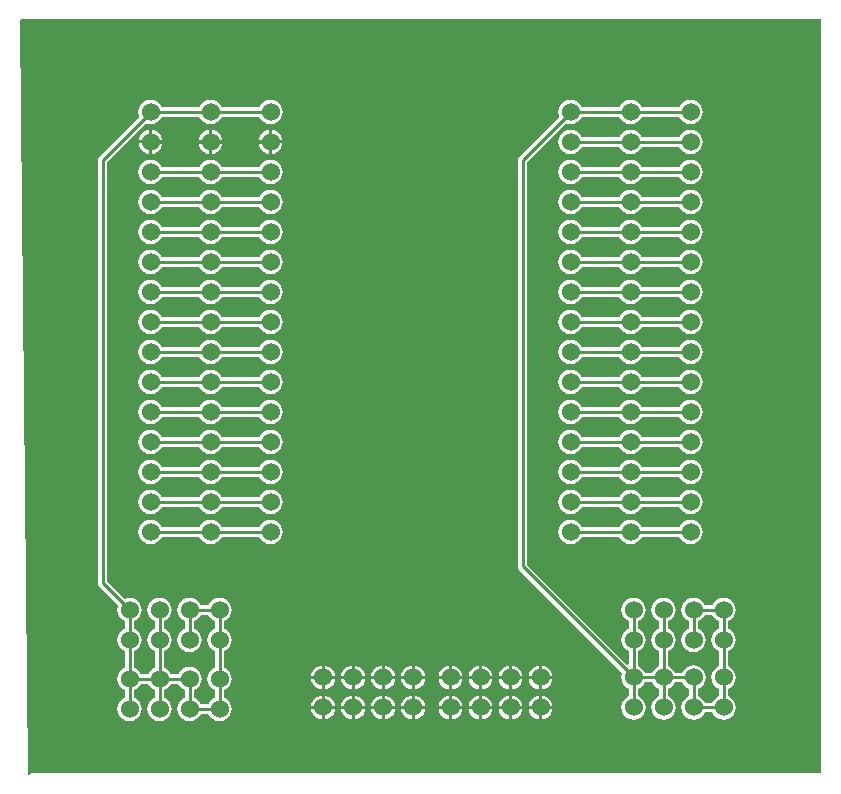
<source format=gtl>
G04*
G04 #@! TF.GenerationSoftware,Altium Limited,Altium Designer,18.0.7 (293)*
G04*
G04 Layer_Physical_Order=1*
G04 Layer_Color=255*
%FSLAX25Y25*%
%MOIN*%
G70*
G01*
G75*
%ADD10C,0.01000*%
%ADD12C,0.06000*%
G36*
X410000Y197500D02*
X146500D01*
X145957Y196957D01*
X145494Y197146D01*
X143003Y448645D01*
X143355Y449000D01*
X410000D01*
Y197500D01*
D02*
G37*
%LPC*%
G36*
X366500Y422035D02*
X365456Y421897D01*
X364483Y421494D01*
X363647Y420853D01*
X363006Y420017D01*
X362804Y419529D01*
X350196D01*
X349994Y420017D01*
X349353Y420853D01*
X348517Y421494D01*
X347544Y421897D01*
X346500Y422035D01*
X345456Y421897D01*
X344483Y421494D01*
X343647Y420853D01*
X343006Y420017D01*
X342804Y419529D01*
X330196D01*
X329994Y420017D01*
X329353Y420853D01*
X328517Y421494D01*
X327544Y421897D01*
X326500Y422035D01*
X325456Y421897D01*
X324483Y421494D01*
X323647Y420853D01*
X323006Y420017D01*
X322603Y419044D01*
X322465Y418000D01*
X322603Y416956D01*
X322805Y416468D01*
X309419Y403081D01*
X309087Y402585D01*
X308971Y402000D01*
Y266500D01*
X309087Y265915D01*
X309419Y265419D01*
X343805Y231032D01*
X343603Y230544D01*
X343465Y229500D01*
X343603Y228456D01*
X344006Y227483D01*
X344647Y226647D01*
X345483Y226006D01*
X345971Y225804D01*
Y223196D01*
X345483Y222994D01*
X344647Y222353D01*
X344006Y221517D01*
X343603Y220544D01*
X343465Y219500D01*
X343603Y218456D01*
X344006Y217483D01*
X344647Y216647D01*
X345483Y216006D01*
X346456Y215603D01*
X347500Y215465D01*
X348544Y215603D01*
X349517Y216006D01*
X350353Y216647D01*
X350994Y217483D01*
X351397Y218456D01*
X351535Y219500D01*
X351397Y220544D01*
X350994Y221517D01*
X350353Y222353D01*
X349517Y222994D01*
X349029Y223196D01*
Y225804D01*
X349517Y226006D01*
X350353Y226647D01*
X350994Y227483D01*
X351196Y227971D01*
X353804D01*
X354006Y227483D01*
X354647Y226647D01*
X355483Y226006D01*
X355971Y225804D01*
Y223196D01*
X355483Y222994D01*
X354647Y222353D01*
X354006Y221517D01*
X353603Y220544D01*
X353466Y219500D01*
X353603Y218456D01*
X354006Y217483D01*
X354647Y216647D01*
X355483Y216006D01*
X356456Y215603D01*
X357500Y215465D01*
X358544Y215603D01*
X359517Y216006D01*
X360353Y216647D01*
X360994Y217483D01*
X361397Y218456D01*
X361535Y219500D01*
X361397Y220544D01*
X360994Y221517D01*
X360353Y222353D01*
X359517Y222994D01*
X359029Y223196D01*
Y225804D01*
X359517Y226006D01*
X360353Y226647D01*
X360994Y227483D01*
X361196Y227971D01*
X363804D01*
X364006Y227483D01*
X364647Y226647D01*
X365483Y226006D01*
X365971Y225804D01*
Y223196D01*
X365483Y222994D01*
X364647Y222353D01*
X364006Y221517D01*
X363603Y220544D01*
X363465Y219500D01*
X363603Y218456D01*
X364006Y217483D01*
X364647Y216647D01*
X365483Y216006D01*
X366456Y215603D01*
X367500Y215465D01*
X368544Y215603D01*
X369517Y216006D01*
X370353Y216647D01*
X370994Y217483D01*
X371196Y217971D01*
X373804D01*
X374006Y217483D01*
X374647Y216647D01*
X375483Y216006D01*
X376456Y215603D01*
X377500Y215465D01*
X378544Y215603D01*
X379517Y216006D01*
X380353Y216647D01*
X380994Y217483D01*
X381397Y218456D01*
X381535Y219500D01*
X381397Y220544D01*
X380994Y221517D01*
X380353Y222353D01*
X379517Y222994D01*
X379029Y223196D01*
Y225804D01*
X379517Y226006D01*
X380353Y226647D01*
X380994Y227483D01*
X381397Y228456D01*
X381535Y229500D01*
X381397Y230544D01*
X380994Y231517D01*
X380353Y232353D01*
X379517Y232994D01*
X379029Y233196D01*
Y238304D01*
X379517Y238506D01*
X380353Y239147D01*
X380994Y239983D01*
X381397Y240956D01*
X381535Y242000D01*
X381397Y243044D01*
X380994Y244017D01*
X380353Y244853D01*
X379517Y245494D01*
X379029Y245696D01*
Y248304D01*
X379517Y248506D01*
X380353Y249147D01*
X380994Y249983D01*
X381397Y250956D01*
X381535Y252000D01*
X381397Y253044D01*
X380994Y254017D01*
X380353Y254853D01*
X379517Y255494D01*
X378544Y255897D01*
X377500Y256034D01*
X376456Y255897D01*
X375483Y255494D01*
X374647Y254853D01*
X374006Y254017D01*
X373804Y253529D01*
X371196D01*
X370994Y254017D01*
X370353Y254853D01*
X369517Y255494D01*
X368544Y255897D01*
X367500Y256034D01*
X366456Y255897D01*
X365483Y255494D01*
X364647Y254853D01*
X364006Y254017D01*
X363603Y253044D01*
X363465Y252000D01*
X363603Y250956D01*
X364006Y249983D01*
X364647Y249147D01*
X365483Y248506D01*
X365971Y248304D01*
Y245696D01*
X365483Y245494D01*
X364647Y244853D01*
X364006Y244017D01*
X363603Y243044D01*
X363465Y242000D01*
X363603Y240956D01*
X364006Y239983D01*
X364647Y239147D01*
X365483Y238506D01*
X366456Y238103D01*
X367500Y237965D01*
X368544Y238103D01*
X369517Y238506D01*
X370353Y239147D01*
X370994Y239983D01*
X371397Y240956D01*
X371534Y242000D01*
X371397Y243044D01*
X370994Y244017D01*
X370353Y244853D01*
X369517Y245494D01*
X369029Y245696D01*
Y248304D01*
X369517Y248506D01*
X370353Y249147D01*
X370994Y249983D01*
X371196Y250471D01*
X373804D01*
X374006Y249983D01*
X374647Y249147D01*
X375483Y248506D01*
X375971Y248304D01*
Y245696D01*
X375483Y245494D01*
X374647Y244853D01*
X374006Y244017D01*
X373603Y243044D01*
X373465Y242000D01*
X373603Y240956D01*
X374006Y239983D01*
X374647Y239147D01*
X375483Y238506D01*
X375971Y238304D01*
Y233196D01*
X375483Y232994D01*
X374647Y232353D01*
X374006Y231517D01*
X373603Y230544D01*
X373465Y229500D01*
X373603Y228456D01*
X374006Y227483D01*
X374647Y226647D01*
X375483Y226006D01*
X375971Y225804D01*
Y223196D01*
X375483Y222994D01*
X374647Y222353D01*
X374006Y221517D01*
X373804Y221029D01*
X371196D01*
X370994Y221517D01*
X370353Y222353D01*
X369517Y222994D01*
X369029Y223196D01*
Y225804D01*
X369517Y226006D01*
X370353Y226647D01*
X370994Y227483D01*
X371397Y228456D01*
X371534Y229500D01*
X371397Y230544D01*
X370994Y231517D01*
X370353Y232353D01*
X369517Y232994D01*
X368544Y233397D01*
X367500Y233535D01*
X366456Y233397D01*
X365483Y232994D01*
X364647Y232353D01*
X364006Y231517D01*
X363804Y231029D01*
X361196D01*
X360994Y231517D01*
X360353Y232353D01*
X359517Y232994D01*
X359029Y233196D01*
Y238304D01*
X359517Y238506D01*
X360353Y239147D01*
X360994Y239983D01*
X361397Y240956D01*
X361535Y242000D01*
X361397Y243044D01*
X360994Y244017D01*
X360353Y244853D01*
X359517Y245494D01*
X359029Y245696D01*
Y248304D01*
X359517Y248506D01*
X360353Y249147D01*
X360994Y249983D01*
X361397Y250956D01*
X361535Y252000D01*
X361397Y253044D01*
X360994Y254017D01*
X360353Y254853D01*
X359517Y255494D01*
X358544Y255897D01*
X357500Y256034D01*
X356456Y255897D01*
X355483Y255494D01*
X354647Y254853D01*
X354006Y254017D01*
X353603Y253044D01*
X353466Y252000D01*
X353603Y250956D01*
X354006Y249983D01*
X354647Y249147D01*
X355483Y248506D01*
X355971Y248304D01*
Y245696D01*
X355483Y245494D01*
X354647Y244853D01*
X354006Y244017D01*
X353603Y243044D01*
X353466Y242000D01*
X353603Y240956D01*
X354006Y239983D01*
X354647Y239147D01*
X355483Y238506D01*
X355971Y238304D01*
Y233196D01*
X355483Y232994D01*
X354647Y232353D01*
X354006Y231517D01*
X353804Y231029D01*
X351196D01*
X350994Y231517D01*
X350353Y232353D01*
X349517Y232994D01*
X349029Y233196D01*
Y238304D01*
X349517Y238506D01*
X350353Y239147D01*
X350994Y239983D01*
X351397Y240956D01*
X351535Y242000D01*
X351397Y243044D01*
X350994Y244017D01*
X350353Y244853D01*
X349517Y245494D01*
X349029Y245696D01*
Y248304D01*
X349517Y248506D01*
X350353Y249147D01*
X350994Y249983D01*
X351397Y250956D01*
X351535Y252000D01*
X351397Y253044D01*
X350994Y254017D01*
X350353Y254853D01*
X349517Y255494D01*
X348544Y255897D01*
X347500Y256034D01*
X346456Y255897D01*
X345483Y255494D01*
X344647Y254853D01*
X344006Y254017D01*
X343603Y253044D01*
X343465Y252000D01*
X343603Y250956D01*
X344006Y249983D01*
X344647Y249147D01*
X345483Y248506D01*
X345971Y248304D01*
Y245696D01*
X345483Y245494D01*
X344647Y244853D01*
X344006Y244017D01*
X343603Y243044D01*
X343465Y242000D01*
X343603Y240956D01*
X344006Y239983D01*
X344647Y239147D01*
X345483Y238506D01*
X345971Y238304D01*
Y233899D01*
X345471Y233692D01*
X312029Y267133D01*
Y401367D01*
X324968Y414305D01*
X325456Y414103D01*
X326500Y413966D01*
X327544Y414103D01*
X328517Y414506D01*
X329353Y415147D01*
X329994Y415983D01*
X330196Y416471D01*
X342804D01*
X343006Y415983D01*
X343647Y415147D01*
X344483Y414506D01*
X345456Y414103D01*
X346500Y413966D01*
X347544Y414103D01*
X348517Y414506D01*
X349353Y415147D01*
X349994Y415983D01*
X350196Y416471D01*
X362804D01*
X363006Y415983D01*
X363647Y415147D01*
X364483Y414506D01*
X365456Y414103D01*
X366500Y413966D01*
X367544Y414103D01*
X368517Y414506D01*
X369353Y415147D01*
X369994Y415983D01*
X370397Y416956D01*
X370534Y418000D01*
X370397Y419044D01*
X369994Y420017D01*
X369353Y420853D01*
X368517Y421494D01*
X367544Y421897D01*
X366500Y422035D01*
D02*
G37*
G36*
X226500D02*
X225456Y421897D01*
X224483Y421494D01*
X223647Y420853D01*
X223006Y420017D01*
X222804Y419529D01*
X210196D01*
X209994Y420017D01*
X209353Y420853D01*
X208517Y421494D01*
X207544Y421897D01*
X206500Y422035D01*
X205456Y421897D01*
X204483Y421494D01*
X203647Y420853D01*
X203006Y420017D01*
X202804Y419529D01*
X190196D01*
X189994Y420017D01*
X189353Y420853D01*
X188517Y421494D01*
X187544Y421897D01*
X186500Y422035D01*
X185456Y421897D01*
X184483Y421494D01*
X183647Y420853D01*
X183006Y420017D01*
X182603Y419044D01*
X182466Y418000D01*
X182603Y416956D01*
X182805Y416468D01*
X169419Y403081D01*
X169087Y402585D01*
X168971Y402000D01*
Y261000D01*
X169087Y260415D01*
X169419Y259919D01*
X175805Y253532D01*
X175603Y253044D01*
X175466Y252000D01*
X175603Y250956D01*
X176006Y249983D01*
X176647Y249147D01*
X177483Y248506D01*
X177971Y248304D01*
Y245696D01*
X177483Y245494D01*
X176647Y244853D01*
X176006Y244017D01*
X175603Y243044D01*
X175466Y242000D01*
X175603Y240956D01*
X176006Y239983D01*
X176647Y239147D01*
X177483Y238506D01*
X177971Y238304D01*
Y232696D01*
X177483Y232494D01*
X176647Y231853D01*
X176006Y231017D01*
X175603Y230044D01*
X175466Y229000D01*
X175603Y227956D01*
X176006Y226983D01*
X176647Y226147D01*
X177483Y225506D01*
X177971Y225304D01*
Y222696D01*
X177483Y222494D01*
X176647Y221853D01*
X176006Y221017D01*
X175603Y220044D01*
X175466Y219000D01*
X175603Y217956D01*
X176006Y216983D01*
X176647Y216147D01*
X177483Y215506D01*
X178456Y215103D01*
X179500Y214966D01*
X180544Y215103D01*
X181517Y215506D01*
X182353Y216147D01*
X182994Y216983D01*
X183397Y217956D01*
X183535Y219000D01*
X183397Y220044D01*
X182994Y221017D01*
X182353Y221853D01*
X181517Y222494D01*
X181029Y222696D01*
Y225304D01*
X181517Y225506D01*
X182353Y226147D01*
X182994Y226983D01*
X183196Y227471D01*
X185804D01*
X186006Y226983D01*
X186647Y226147D01*
X187483Y225506D01*
X187971Y225304D01*
Y222696D01*
X187483Y222494D01*
X186647Y221853D01*
X186006Y221017D01*
X185603Y220044D01*
X185466Y219000D01*
X185603Y217956D01*
X186006Y216983D01*
X186647Y216147D01*
X187483Y215506D01*
X188456Y215103D01*
X189500Y214966D01*
X190544Y215103D01*
X191517Y215506D01*
X192353Y216147D01*
X192994Y216983D01*
X193397Y217956D01*
X193535Y219000D01*
X193397Y220044D01*
X192994Y221017D01*
X192353Y221853D01*
X191517Y222494D01*
X191029Y222696D01*
Y225304D01*
X191517Y225506D01*
X192353Y226147D01*
X192994Y226983D01*
X193196Y227471D01*
X195804D01*
X196006Y226983D01*
X196647Y226147D01*
X197483Y225506D01*
X197971Y225304D01*
Y222696D01*
X197483Y222494D01*
X196647Y221853D01*
X196006Y221017D01*
X195603Y220044D01*
X195466Y219000D01*
X195603Y217956D01*
X196006Y216983D01*
X196647Y216147D01*
X197483Y215506D01*
X198456Y215103D01*
X199500Y214966D01*
X200544Y215103D01*
X201517Y215506D01*
X202353Y216147D01*
X202994Y216983D01*
X203196Y217471D01*
X205804D01*
X206006Y216983D01*
X206647Y216147D01*
X207483Y215506D01*
X208456Y215103D01*
X209500Y214966D01*
X210544Y215103D01*
X211517Y215506D01*
X212353Y216147D01*
X212994Y216983D01*
X213397Y217956D01*
X213534Y219000D01*
X213397Y220044D01*
X212994Y221017D01*
X212353Y221853D01*
X211517Y222494D01*
X211029Y222696D01*
Y225304D01*
X211517Y225506D01*
X212353Y226147D01*
X212994Y226983D01*
X213397Y227956D01*
X213534Y229000D01*
X213397Y230044D01*
X212994Y231017D01*
X212353Y231853D01*
X211517Y232494D01*
X211029Y232696D01*
Y238304D01*
X211517Y238506D01*
X212353Y239147D01*
X212994Y239983D01*
X213397Y240956D01*
X213534Y242000D01*
X213397Y243044D01*
X212994Y244017D01*
X212353Y244853D01*
X211517Y245494D01*
X211029Y245696D01*
Y248304D01*
X211517Y248506D01*
X212353Y249147D01*
X212994Y249983D01*
X213397Y250956D01*
X213534Y252000D01*
X213397Y253044D01*
X212994Y254017D01*
X212353Y254853D01*
X211517Y255494D01*
X210544Y255897D01*
X209500Y256034D01*
X208456Y255897D01*
X207483Y255494D01*
X206647Y254853D01*
X206006Y254017D01*
X205804Y253529D01*
X203196D01*
X202994Y254017D01*
X202353Y254853D01*
X201517Y255494D01*
X200544Y255897D01*
X199500Y256034D01*
X198456Y255897D01*
X197483Y255494D01*
X196647Y254853D01*
X196006Y254017D01*
X195603Y253044D01*
X195466Y252000D01*
X195603Y250956D01*
X196006Y249983D01*
X196647Y249147D01*
X197483Y248506D01*
X197971Y248304D01*
Y245696D01*
X197483Y245494D01*
X196647Y244853D01*
X196006Y244017D01*
X195603Y243044D01*
X195466Y242000D01*
X195603Y240956D01*
X196006Y239983D01*
X196647Y239147D01*
X197483Y238506D01*
X198456Y238103D01*
X199500Y237965D01*
X200544Y238103D01*
X201517Y238506D01*
X202353Y239147D01*
X202994Y239983D01*
X203397Y240956D01*
X203535Y242000D01*
X203397Y243044D01*
X202994Y244017D01*
X202353Y244853D01*
X201517Y245494D01*
X201029Y245696D01*
Y248304D01*
X201517Y248506D01*
X202353Y249147D01*
X202994Y249983D01*
X203196Y250471D01*
X205804D01*
X206006Y249983D01*
X206647Y249147D01*
X207483Y248506D01*
X207971Y248304D01*
Y245696D01*
X207483Y245494D01*
X206647Y244853D01*
X206006Y244017D01*
X205603Y243044D01*
X205466Y242000D01*
X205603Y240956D01*
X206006Y239983D01*
X206647Y239147D01*
X207483Y238506D01*
X207971Y238304D01*
Y232696D01*
X207483Y232494D01*
X206647Y231853D01*
X206006Y231017D01*
X205603Y230044D01*
X205466Y229000D01*
X205603Y227956D01*
X206006Y226983D01*
X206647Y226147D01*
X207483Y225506D01*
X207971Y225304D01*
Y222696D01*
X207483Y222494D01*
X206647Y221853D01*
X206006Y221017D01*
X205804Y220529D01*
X203196D01*
X202994Y221017D01*
X202353Y221853D01*
X201517Y222494D01*
X201029Y222696D01*
Y225304D01*
X201517Y225506D01*
X202353Y226147D01*
X202994Y226983D01*
X203397Y227956D01*
X203535Y229000D01*
X203397Y230044D01*
X202994Y231017D01*
X202353Y231853D01*
X201517Y232494D01*
X200544Y232897D01*
X199500Y233034D01*
X198456Y232897D01*
X197483Y232494D01*
X196647Y231853D01*
X196006Y231017D01*
X195804Y230529D01*
X193196D01*
X192994Y231017D01*
X192353Y231853D01*
X191517Y232494D01*
X191029Y232696D01*
Y238304D01*
X191517Y238506D01*
X192353Y239147D01*
X192994Y239983D01*
X193397Y240956D01*
X193535Y242000D01*
X193397Y243044D01*
X192994Y244017D01*
X192353Y244853D01*
X191517Y245494D01*
X191029Y245696D01*
Y248304D01*
X191517Y248506D01*
X192353Y249147D01*
X192994Y249983D01*
X193397Y250956D01*
X193535Y252000D01*
X193397Y253044D01*
X192994Y254017D01*
X192353Y254853D01*
X191517Y255494D01*
X190544Y255897D01*
X189500Y256034D01*
X188456Y255897D01*
X187483Y255494D01*
X186647Y254853D01*
X186006Y254017D01*
X185603Y253044D01*
X185466Y252000D01*
X185603Y250956D01*
X186006Y249983D01*
X186647Y249147D01*
X187483Y248506D01*
X187971Y248304D01*
Y245696D01*
X187483Y245494D01*
X186647Y244853D01*
X186006Y244017D01*
X185603Y243044D01*
X185466Y242000D01*
X185603Y240956D01*
X186006Y239983D01*
X186647Y239147D01*
X187483Y238506D01*
X187971Y238304D01*
Y232696D01*
X187483Y232494D01*
X186647Y231853D01*
X186006Y231017D01*
X185804Y230529D01*
X183196D01*
X182994Y231017D01*
X182353Y231853D01*
X181517Y232494D01*
X181029Y232696D01*
Y238304D01*
X181517Y238506D01*
X182353Y239147D01*
X182994Y239983D01*
X183397Y240956D01*
X183535Y242000D01*
X183397Y243044D01*
X182994Y244017D01*
X182353Y244853D01*
X181517Y245494D01*
X181029Y245696D01*
Y248304D01*
X181517Y248506D01*
X182353Y249147D01*
X182994Y249983D01*
X183397Y250956D01*
X183535Y252000D01*
X183397Y253044D01*
X182994Y254017D01*
X182353Y254853D01*
X181517Y255494D01*
X180544Y255897D01*
X179500Y256034D01*
X178456Y255897D01*
X177968Y255695D01*
X172029Y261633D01*
Y401367D01*
X184968Y414305D01*
X185456Y414103D01*
X186500Y413966D01*
X187544Y414103D01*
X188517Y414506D01*
X189353Y415147D01*
X189994Y415983D01*
X190196Y416471D01*
X202804D01*
X203006Y415983D01*
X203647Y415147D01*
X204483Y414506D01*
X205456Y414103D01*
X206500Y413966D01*
X207544Y414103D01*
X208517Y414506D01*
X209353Y415147D01*
X209994Y415983D01*
X210196Y416471D01*
X222804D01*
X223006Y415983D01*
X223647Y415147D01*
X224483Y414506D01*
X225456Y414103D01*
X226500Y413966D01*
X227544Y414103D01*
X228517Y414506D01*
X229353Y415147D01*
X229994Y415983D01*
X230397Y416956D01*
X230535Y418000D01*
X230397Y419044D01*
X229994Y420017D01*
X229353Y420853D01*
X228517Y421494D01*
X227544Y421897D01*
X226500Y422035D01*
D02*
G37*
G36*
X366500Y412035D02*
X365456Y411897D01*
X364483Y411494D01*
X363647Y410853D01*
X363006Y410017D01*
X362804Y409529D01*
X350196D01*
X349994Y410017D01*
X349353Y410853D01*
X348517Y411494D01*
X347544Y411897D01*
X346500Y412035D01*
X345456Y411897D01*
X344483Y411494D01*
X343647Y410853D01*
X343006Y410017D01*
X342804Y409529D01*
X330196D01*
X329994Y410017D01*
X329353Y410853D01*
X328517Y411494D01*
X327544Y411897D01*
X326500Y412035D01*
X325456Y411897D01*
X324483Y411494D01*
X323647Y410853D01*
X323006Y410017D01*
X322603Y409044D01*
X322465Y408000D01*
X322603Y406956D01*
X323006Y405983D01*
X323647Y405147D01*
X324483Y404506D01*
X325456Y404103D01*
X326500Y403966D01*
X327544Y404103D01*
X328517Y404506D01*
X329353Y405147D01*
X329994Y405983D01*
X330196Y406471D01*
X342804D01*
X343006Y405983D01*
X343647Y405147D01*
X344483Y404506D01*
X345456Y404103D01*
X346500Y403966D01*
X347544Y404103D01*
X348517Y404506D01*
X349353Y405147D01*
X349994Y405983D01*
X350196Y406471D01*
X362804D01*
X363006Y405983D01*
X363647Y405147D01*
X364483Y404506D01*
X365456Y404103D01*
X366500Y403966D01*
X367544Y404103D01*
X368517Y404506D01*
X369353Y405147D01*
X369994Y405983D01*
X370397Y406956D01*
X370534Y408000D01*
X370397Y409044D01*
X369994Y410017D01*
X369353Y410853D01*
X368517Y411494D01*
X367544Y411897D01*
X366500Y412035D01*
D02*
G37*
G36*
X227000Y411969D02*
Y408500D01*
X230469D01*
X230397Y409044D01*
X229994Y410017D01*
X229353Y410853D01*
X228517Y411494D01*
X227544Y411897D01*
X227000Y411969D01*
D02*
G37*
G36*
X226000D02*
X225456Y411897D01*
X224483Y411494D01*
X223647Y410853D01*
X223006Y410017D01*
X222603Y409044D01*
X222531Y408500D01*
X226000D01*
Y411969D01*
D02*
G37*
G36*
X207000D02*
Y408500D01*
X210469D01*
X210397Y409044D01*
X209994Y410017D01*
X209353Y410853D01*
X208517Y411494D01*
X207544Y411897D01*
X207000Y411969D01*
D02*
G37*
G36*
X206000D02*
X205456Y411897D01*
X204483Y411494D01*
X203647Y410853D01*
X203006Y410017D01*
X202603Y409044D01*
X202531Y408500D01*
X206000D01*
Y411969D01*
D02*
G37*
G36*
X187000D02*
Y408500D01*
X190469D01*
X190397Y409044D01*
X189994Y410017D01*
X189353Y410853D01*
X188517Y411494D01*
X187544Y411897D01*
X187000Y411969D01*
D02*
G37*
G36*
X186000D02*
X185456Y411897D01*
X184483Y411494D01*
X183647Y410853D01*
X183006Y410017D01*
X182603Y409044D01*
X182531Y408500D01*
X186000D01*
Y411969D01*
D02*
G37*
G36*
X230469Y407500D02*
X227000D01*
Y404031D01*
X227544Y404103D01*
X228517Y404506D01*
X229353Y405147D01*
X229994Y405983D01*
X230397Y406956D01*
X230469Y407500D01*
D02*
G37*
G36*
X226000D02*
X222531D01*
X222603Y406956D01*
X223006Y405983D01*
X223647Y405147D01*
X224483Y404506D01*
X225456Y404103D01*
X226000Y404031D01*
Y407500D01*
D02*
G37*
G36*
X210469D02*
X207000D01*
Y404031D01*
X207544Y404103D01*
X208517Y404506D01*
X209353Y405147D01*
X209994Y405983D01*
X210397Y406956D01*
X210469Y407500D01*
D02*
G37*
G36*
X206000D02*
X202531D01*
X202603Y406956D01*
X203006Y405983D01*
X203647Y405147D01*
X204483Y404506D01*
X205456Y404103D01*
X206000Y404031D01*
Y407500D01*
D02*
G37*
G36*
X190469D02*
X187000D01*
Y404031D01*
X187544Y404103D01*
X188517Y404506D01*
X189353Y405147D01*
X189994Y405983D01*
X190397Y406956D01*
X190469Y407500D01*
D02*
G37*
G36*
X186000D02*
X182531D01*
X182603Y406956D01*
X183006Y405983D01*
X183647Y405147D01*
X184483Y404506D01*
X185456Y404103D01*
X186000Y404031D01*
Y407500D01*
D02*
G37*
G36*
X366500Y402035D02*
X365456Y401897D01*
X364483Y401494D01*
X363647Y400853D01*
X363006Y400017D01*
X362804Y399529D01*
X350196D01*
X349994Y400017D01*
X349353Y400853D01*
X348517Y401494D01*
X347544Y401897D01*
X346500Y402035D01*
X345456Y401897D01*
X344483Y401494D01*
X343647Y400853D01*
X343006Y400017D01*
X342804Y399529D01*
X330196D01*
X329994Y400017D01*
X329353Y400853D01*
X328517Y401494D01*
X327544Y401897D01*
X326500Y402035D01*
X325456Y401897D01*
X324483Y401494D01*
X323647Y400853D01*
X323006Y400017D01*
X322603Y399044D01*
X322465Y398000D01*
X322603Y396956D01*
X323006Y395983D01*
X323647Y395147D01*
X324483Y394506D01*
X325456Y394103D01*
X326500Y393966D01*
X327544Y394103D01*
X328517Y394506D01*
X329353Y395147D01*
X329994Y395983D01*
X330196Y396471D01*
X342804D01*
X343006Y395983D01*
X343647Y395147D01*
X344483Y394506D01*
X345456Y394103D01*
X346500Y393966D01*
X347544Y394103D01*
X348517Y394506D01*
X349353Y395147D01*
X349994Y395983D01*
X350196Y396471D01*
X362804D01*
X363006Y395983D01*
X363647Y395147D01*
X364483Y394506D01*
X365456Y394103D01*
X366500Y393966D01*
X367544Y394103D01*
X368517Y394506D01*
X369353Y395147D01*
X369994Y395983D01*
X370397Y396956D01*
X370534Y398000D01*
X370397Y399044D01*
X369994Y400017D01*
X369353Y400853D01*
X368517Y401494D01*
X367544Y401897D01*
X366500Y402035D01*
D02*
G37*
G36*
X226500D02*
X225456Y401897D01*
X224483Y401494D01*
X223647Y400853D01*
X223006Y400017D01*
X222804Y399529D01*
X210196D01*
X209994Y400017D01*
X209353Y400853D01*
X208517Y401494D01*
X207544Y401897D01*
X206500Y402035D01*
X205456Y401897D01*
X204483Y401494D01*
X203647Y400853D01*
X203006Y400017D01*
X202804Y399529D01*
X190196D01*
X189994Y400017D01*
X189353Y400853D01*
X188517Y401494D01*
X187544Y401897D01*
X186500Y402035D01*
X185456Y401897D01*
X184483Y401494D01*
X183647Y400853D01*
X183006Y400017D01*
X182603Y399044D01*
X182466Y398000D01*
X182603Y396956D01*
X183006Y395983D01*
X183647Y395147D01*
X184483Y394506D01*
X185456Y394103D01*
X186500Y393966D01*
X187544Y394103D01*
X188517Y394506D01*
X189353Y395147D01*
X189994Y395983D01*
X190196Y396471D01*
X202804D01*
X203006Y395983D01*
X203647Y395147D01*
X204483Y394506D01*
X205456Y394103D01*
X206500Y393966D01*
X207544Y394103D01*
X208517Y394506D01*
X209353Y395147D01*
X209994Y395983D01*
X210196Y396471D01*
X222804D01*
X223006Y395983D01*
X223647Y395147D01*
X224483Y394506D01*
X225456Y394103D01*
X226500Y393966D01*
X227544Y394103D01*
X228517Y394506D01*
X229353Y395147D01*
X229994Y395983D01*
X230397Y396956D01*
X230535Y398000D01*
X230397Y399044D01*
X229994Y400017D01*
X229353Y400853D01*
X228517Y401494D01*
X227544Y401897D01*
X226500Y402035D01*
D02*
G37*
G36*
X366500Y392035D02*
X365456Y391897D01*
X364483Y391494D01*
X363647Y390853D01*
X363006Y390017D01*
X362804Y389529D01*
X350196D01*
X349994Y390017D01*
X349353Y390853D01*
X348517Y391494D01*
X347544Y391897D01*
X346500Y392035D01*
X345456Y391897D01*
X344483Y391494D01*
X343647Y390853D01*
X343006Y390017D01*
X342804Y389529D01*
X330196D01*
X329994Y390017D01*
X329353Y390853D01*
X328517Y391494D01*
X327544Y391897D01*
X326500Y392035D01*
X325456Y391897D01*
X324483Y391494D01*
X323647Y390853D01*
X323006Y390017D01*
X322603Y389044D01*
X322465Y388000D01*
X322603Y386956D01*
X323006Y385983D01*
X323647Y385147D01*
X324483Y384506D01*
X325456Y384103D01*
X326500Y383965D01*
X327544Y384103D01*
X328517Y384506D01*
X329353Y385147D01*
X329994Y385983D01*
X330196Y386471D01*
X342804D01*
X343006Y385983D01*
X343647Y385147D01*
X344483Y384506D01*
X345456Y384103D01*
X346500Y383965D01*
X347544Y384103D01*
X348517Y384506D01*
X349353Y385147D01*
X349994Y385983D01*
X350196Y386471D01*
X362804D01*
X363006Y385983D01*
X363647Y385147D01*
X364483Y384506D01*
X365456Y384103D01*
X366500Y383965D01*
X367544Y384103D01*
X368517Y384506D01*
X369353Y385147D01*
X369994Y385983D01*
X370397Y386956D01*
X370534Y388000D01*
X370397Y389044D01*
X369994Y390017D01*
X369353Y390853D01*
X368517Y391494D01*
X367544Y391897D01*
X366500Y392035D01*
D02*
G37*
G36*
X226500D02*
X225456Y391897D01*
X224483Y391494D01*
X223647Y390853D01*
X223006Y390017D01*
X222804Y389529D01*
X210196D01*
X209994Y390017D01*
X209353Y390853D01*
X208517Y391494D01*
X207544Y391897D01*
X206500Y392035D01*
X205456Y391897D01*
X204483Y391494D01*
X203647Y390853D01*
X203006Y390017D01*
X202804Y389529D01*
X190196D01*
X189994Y390017D01*
X189353Y390853D01*
X188517Y391494D01*
X187544Y391897D01*
X186500Y392035D01*
X185456Y391897D01*
X184483Y391494D01*
X183647Y390853D01*
X183006Y390017D01*
X182603Y389044D01*
X182466Y388000D01*
X182603Y386956D01*
X183006Y385983D01*
X183647Y385147D01*
X184483Y384506D01*
X185456Y384103D01*
X186500Y383965D01*
X187544Y384103D01*
X188517Y384506D01*
X189353Y385147D01*
X189994Y385983D01*
X190196Y386471D01*
X202804D01*
X203006Y385983D01*
X203647Y385147D01*
X204483Y384506D01*
X205456Y384103D01*
X206500Y383965D01*
X207544Y384103D01*
X208517Y384506D01*
X209353Y385147D01*
X209994Y385983D01*
X210196Y386471D01*
X222804D01*
X223006Y385983D01*
X223647Y385147D01*
X224483Y384506D01*
X225456Y384103D01*
X226500Y383965D01*
X227544Y384103D01*
X228517Y384506D01*
X229353Y385147D01*
X229994Y385983D01*
X230397Y386956D01*
X230535Y388000D01*
X230397Y389044D01*
X229994Y390017D01*
X229353Y390853D01*
X228517Y391494D01*
X227544Y391897D01*
X226500Y392035D01*
D02*
G37*
G36*
X366500Y382034D02*
X365456Y381897D01*
X364483Y381494D01*
X363647Y380853D01*
X363006Y380017D01*
X362804Y379529D01*
X350196D01*
X349994Y380017D01*
X349353Y380853D01*
X348517Y381494D01*
X347544Y381897D01*
X346500Y382034D01*
X345456Y381897D01*
X344483Y381494D01*
X343647Y380853D01*
X343006Y380017D01*
X342804Y379529D01*
X330196D01*
X329994Y380017D01*
X329353Y380853D01*
X328517Y381494D01*
X327544Y381897D01*
X326500Y382034D01*
X325456Y381897D01*
X324483Y381494D01*
X323647Y380853D01*
X323006Y380017D01*
X322603Y379044D01*
X322465Y378000D01*
X322603Y376956D01*
X323006Y375983D01*
X323647Y375147D01*
X324483Y374506D01*
X325456Y374103D01*
X326500Y373966D01*
X327544Y374103D01*
X328517Y374506D01*
X329353Y375147D01*
X329994Y375983D01*
X330196Y376471D01*
X342804D01*
X343006Y375983D01*
X343647Y375147D01*
X344483Y374506D01*
X345456Y374103D01*
X346500Y373966D01*
X347544Y374103D01*
X348517Y374506D01*
X349353Y375147D01*
X349994Y375983D01*
X350196Y376471D01*
X362804D01*
X363006Y375983D01*
X363647Y375147D01*
X364483Y374506D01*
X365456Y374103D01*
X366500Y373966D01*
X367544Y374103D01*
X368517Y374506D01*
X369353Y375147D01*
X369994Y375983D01*
X370397Y376956D01*
X370534Y378000D01*
X370397Y379044D01*
X369994Y380017D01*
X369353Y380853D01*
X368517Y381494D01*
X367544Y381897D01*
X366500Y382034D01*
D02*
G37*
G36*
X226500D02*
X225456Y381897D01*
X224483Y381494D01*
X223647Y380853D01*
X223006Y380017D01*
X222804Y379529D01*
X210196D01*
X209994Y380017D01*
X209353Y380853D01*
X208517Y381494D01*
X207544Y381897D01*
X206500Y382034D01*
X205456Y381897D01*
X204483Y381494D01*
X203647Y380853D01*
X203006Y380017D01*
X202804Y379529D01*
X190196D01*
X189994Y380017D01*
X189353Y380853D01*
X188517Y381494D01*
X187544Y381897D01*
X186500Y382034D01*
X185456Y381897D01*
X184483Y381494D01*
X183647Y380853D01*
X183006Y380017D01*
X182603Y379044D01*
X182466Y378000D01*
X182603Y376956D01*
X183006Y375983D01*
X183647Y375147D01*
X184483Y374506D01*
X185456Y374103D01*
X186500Y373966D01*
X187544Y374103D01*
X188517Y374506D01*
X189353Y375147D01*
X189994Y375983D01*
X190196Y376471D01*
X202804D01*
X203006Y375983D01*
X203647Y375147D01*
X204483Y374506D01*
X205456Y374103D01*
X206500Y373966D01*
X207544Y374103D01*
X208517Y374506D01*
X209353Y375147D01*
X209994Y375983D01*
X210196Y376471D01*
X222804D01*
X223006Y375983D01*
X223647Y375147D01*
X224483Y374506D01*
X225456Y374103D01*
X226500Y373966D01*
X227544Y374103D01*
X228517Y374506D01*
X229353Y375147D01*
X229994Y375983D01*
X230397Y376956D01*
X230535Y378000D01*
X230397Y379044D01*
X229994Y380017D01*
X229353Y380853D01*
X228517Y381494D01*
X227544Y381897D01*
X226500Y382034D01*
D02*
G37*
G36*
X366500Y372035D02*
X365456Y371897D01*
X364483Y371494D01*
X363647Y370853D01*
X363006Y370017D01*
X362804Y369529D01*
X350196D01*
X349994Y370017D01*
X349353Y370853D01*
X348517Y371494D01*
X347544Y371897D01*
X346500Y372035D01*
X345456Y371897D01*
X344483Y371494D01*
X343647Y370853D01*
X343006Y370017D01*
X342804Y369529D01*
X330196D01*
X329994Y370017D01*
X329353Y370853D01*
X328517Y371494D01*
X327544Y371897D01*
X326500Y372035D01*
X325456Y371897D01*
X324483Y371494D01*
X323647Y370853D01*
X323006Y370017D01*
X322603Y369044D01*
X322465Y368000D01*
X322603Y366956D01*
X323006Y365983D01*
X323647Y365147D01*
X324483Y364506D01*
X325456Y364103D01*
X326500Y363966D01*
X327544Y364103D01*
X328517Y364506D01*
X329353Y365147D01*
X329994Y365983D01*
X330196Y366471D01*
X342804D01*
X343006Y365983D01*
X343647Y365147D01*
X344483Y364506D01*
X345456Y364103D01*
X346500Y363966D01*
X347544Y364103D01*
X348517Y364506D01*
X349353Y365147D01*
X349994Y365983D01*
X350196Y366471D01*
X362804D01*
X363006Y365983D01*
X363647Y365147D01*
X364483Y364506D01*
X365456Y364103D01*
X366500Y363966D01*
X367544Y364103D01*
X368517Y364506D01*
X369353Y365147D01*
X369994Y365983D01*
X370397Y366956D01*
X370534Y368000D01*
X370397Y369044D01*
X369994Y370017D01*
X369353Y370853D01*
X368517Y371494D01*
X367544Y371897D01*
X366500Y372035D01*
D02*
G37*
G36*
X226500D02*
X225456Y371897D01*
X224483Y371494D01*
X223647Y370853D01*
X223006Y370017D01*
X222804Y369529D01*
X210196D01*
X209994Y370017D01*
X209353Y370853D01*
X208517Y371494D01*
X207544Y371897D01*
X206500Y372035D01*
X205456Y371897D01*
X204483Y371494D01*
X203647Y370853D01*
X203006Y370017D01*
X202804Y369529D01*
X190196D01*
X189994Y370017D01*
X189353Y370853D01*
X188517Y371494D01*
X187544Y371897D01*
X186500Y372035D01*
X185456Y371897D01*
X184483Y371494D01*
X183647Y370853D01*
X183006Y370017D01*
X182603Y369044D01*
X182466Y368000D01*
X182603Y366956D01*
X183006Y365983D01*
X183647Y365147D01*
X184483Y364506D01*
X185456Y364103D01*
X186500Y363966D01*
X187544Y364103D01*
X188517Y364506D01*
X189353Y365147D01*
X189994Y365983D01*
X190196Y366471D01*
X202804D01*
X203006Y365983D01*
X203647Y365147D01*
X204483Y364506D01*
X205456Y364103D01*
X206500Y363966D01*
X207544Y364103D01*
X208517Y364506D01*
X209353Y365147D01*
X209994Y365983D01*
X210196Y366471D01*
X222804D01*
X223006Y365983D01*
X223647Y365147D01*
X224483Y364506D01*
X225456Y364103D01*
X226500Y363966D01*
X227544Y364103D01*
X228517Y364506D01*
X229353Y365147D01*
X229994Y365983D01*
X230397Y366956D01*
X230535Y368000D01*
X230397Y369044D01*
X229994Y370017D01*
X229353Y370853D01*
X228517Y371494D01*
X227544Y371897D01*
X226500Y372035D01*
D02*
G37*
G36*
X366500Y362035D02*
X365456Y361897D01*
X364483Y361494D01*
X363647Y360853D01*
X363006Y360017D01*
X362804Y359529D01*
X350196D01*
X349994Y360017D01*
X349353Y360853D01*
X348517Y361494D01*
X347544Y361897D01*
X346500Y362035D01*
X345456Y361897D01*
X344483Y361494D01*
X343647Y360853D01*
X343006Y360017D01*
X342804Y359529D01*
X330196D01*
X329994Y360017D01*
X329353Y360853D01*
X328517Y361494D01*
X327544Y361897D01*
X326500Y362035D01*
X325456Y361897D01*
X324483Y361494D01*
X323647Y360853D01*
X323006Y360017D01*
X322603Y359044D01*
X322465Y358000D01*
X322603Y356956D01*
X323006Y355983D01*
X323647Y355147D01*
X324483Y354506D01*
X325456Y354103D01*
X326500Y353965D01*
X327544Y354103D01*
X328517Y354506D01*
X329353Y355147D01*
X329994Y355983D01*
X330196Y356471D01*
X342804D01*
X343006Y355983D01*
X343647Y355147D01*
X344483Y354506D01*
X345456Y354103D01*
X346500Y353965D01*
X347544Y354103D01*
X348517Y354506D01*
X349353Y355147D01*
X349994Y355983D01*
X350196Y356471D01*
X362804D01*
X363006Y355983D01*
X363647Y355147D01*
X364483Y354506D01*
X365456Y354103D01*
X366500Y353965D01*
X367544Y354103D01*
X368517Y354506D01*
X369353Y355147D01*
X369994Y355983D01*
X370397Y356956D01*
X370534Y358000D01*
X370397Y359044D01*
X369994Y360017D01*
X369353Y360853D01*
X368517Y361494D01*
X367544Y361897D01*
X366500Y362035D01*
D02*
G37*
G36*
X226500D02*
X225456Y361897D01*
X224483Y361494D01*
X223647Y360853D01*
X223006Y360017D01*
X222804Y359529D01*
X210196D01*
X209994Y360017D01*
X209353Y360853D01*
X208517Y361494D01*
X207544Y361897D01*
X206500Y362035D01*
X205456Y361897D01*
X204483Y361494D01*
X203647Y360853D01*
X203006Y360017D01*
X202804Y359529D01*
X190196D01*
X189994Y360017D01*
X189353Y360853D01*
X188517Y361494D01*
X187544Y361897D01*
X186500Y362035D01*
X185456Y361897D01*
X184483Y361494D01*
X183647Y360853D01*
X183006Y360017D01*
X182603Y359044D01*
X182466Y358000D01*
X182603Y356956D01*
X183006Y355983D01*
X183647Y355147D01*
X184483Y354506D01*
X185456Y354103D01*
X186500Y353965D01*
X187544Y354103D01*
X188517Y354506D01*
X189353Y355147D01*
X189994Y355983D01*
X190196Y356471D01*
X202804D01*
X203006Y355983D01*
X203647Y355147D01*
X204483Y354506D01*
X205456Y354103D01*
X206500Y353965D01*
X207544Y354103D01*
X208517Y354506D01*
X209353Y355147D01*
X209994Y355983D01*
X210196Y356471D01*
X222804D01*
X223006Y355983D01*
X223647Y355147D01*
X224483Y354506D01*
X225456Y354103D01*
X226500Y353965D01*
X227544Y354103D01*
X228517Y354506D01*
X229353Y355147D01*
X229994Y355983D01*
X230397Y356956D01*
X230535Y358000D01*
X230397Y359044D01*
X229994Y360017D01*
X229353Y360853D01*
X228517Y361494D01*
X227544Y361897D01*
X226500Y362035D01*
D02*
G37*
G36*
X366500Y352034D02*
X365456Y351897D01*
X364483Y351494D01*
X363647Y350853D01*
X363006Y350017D01*
X362804Y349529D01*
X350196D01*
X349994Y350017D01*
X349353Y350853D01*
X348517Y351494D01*
X347544Y351897D01*
X346500Y352034D01*
X345456Y351897D01*
X344483Y351494D01*
X343647Y350853D01*
X343006Y350017D01*
X342804Y349529D01*
X330196D01*
X329994Y350017D01*
X329353Y350853D01*
X328517Y351494D01*
X327544Y351897D01*
X326500Y352034D01*
X325456Y351897D01*
X324483Y351494D01*
X323647Y350853D01*
X323006Y350017D01*
X322603Y349044D01*
X322465Y348000D01*
X322603Y346956D01*
X323006Y345983D01*
X323647Y345147D01*
X324483Y344506D01*
X325456Y344103D01*
X326500Y343966D01*
X327544Y344103D01*
X328517Y344506D01*
X329353Y345147D01*
X329994Y345983D01*
X330196Y346471D01*
X342804D01*
X343006Y345983D01*
X343647Y345147D01*
X344483Y344506D01*
X345456Y344103D01*
X346500Y343966D01*
X347544Y344103D01*
X348517Y344506D01*
X349353Y345147D01*
X349994Y345983D01*
X350196Y346471D01*
X362804D01*
X363006Y345983D01*
X363647Y345147D01*
X364483Y344506D01*
X365456Y344103D01*
X366500Y343966D01*
X367544Y344103D01*
X368517Y344506D01*
X369353Y345147D01*
X369994Y345983D01*
X370397Y346956D01*
X370534Y348000D01*
X370397Y349044D01*
X369994Y350017D01*
X369353Y350853D01*
X368517Y351494D01*
X367544Y351897D01*
X366500Y352034D01*
D02*
G37*
G36*
X226500D02*
X225456Y351897D01*
X224483Y351494D01*
X223647Y350853D01*
X223006Y350017D01*
X222804Y349529D01*
X210196D01*
X209994Y350017D01*
X209353Y350853D01*
X208517Y351494D01*
X207544Y351897D01*
X206500Y352034D01*
X205456Y351897D01*
X204483Y351494D01*
X203647Y350853D01*
X203006Y350017D01*
X202804Y349529D01*
X190196D01*
X189994Y350017D01*
X189353Y350853D01*
X188517Y351494D01*
X187544Y351897D01*
X186500Y352034D01*
X185456Y351897D01*
X184483Y351494D01*
X183647Y350853D01*
X183006Y350017D01*
X182603Y349044D01*
X182466Y348000D01*
X182603Y346956D01*
X183006Y345983D01*
X183647Y345147D01*
X184483Y344506D01*
X185456Y344103D01*
X186500Y343966D01*
X187544Y344103D01*
X188517Y344506D01*
X189353Y345147D01*
X189994Y345983D01*
X190196Y346471D01*
X202804D01*
X203006Y345983D01*
X203647Y345147D01*
X204483Y344506D01*
X205456Y344103D01*
X206500Y343966D01*
X207544Y344103D01*
X208517Y344506D01*
X209353Y345147D01*
X209994Y345983D01*
X210196Y346471D01*
X222804D01*
X223006Y345983D01*
X223647Y345147D01*
X224483Y344506D01*
X225456Y344103D01*
X226500Y343966D01*
X227544Y344103D01*
X228517Y344506D01*
X229353Y345147D01*
X229994Y345983D01*
X230397Y346956D01*
X230535Y348000D01*
X230397Y349044D01*
X229994Y350017D01*
X229353Y350853D01*
X228517Y351494D01*
X227544Y351897D01*
X226500Y352034D01*
D02*
G37*
G36*
X366500Y342035D02*
X365456Y341897D01*
X364483Y341494D01*
X363647Y340853D01*
X363006Y340017D01*
X362804Y339529D01*
X350196D01*
X349994Y340017D01*
X349353Y340853D01*
X348517Y341494D01*
X347544Y341897D01*
X346500Y342035D01*
X345456Y341897D01*
X344483Y341494D01*
X343647Y340853D01*
X343006Y340017D01*
X342804Y339529D01*
X330196D01*
X329994Y340017D01*
X329353Y340853D01*
X328517Y341494D01*
X327544Y341897D01*
X326500Y342035D01*
X325456Y341897D01*
X324483Y341494D01*
X323647Y340853D01*
X323006Y340017D01*
X322603Y339044D01*
X322465Y338000D01*
X322603Y336956D01*
X323006Y335983D01*
X323647Y335147D01*
X324483Y334506D01*
X325456Y334103D01*
X326500Y333965D01*
X327544Y334103D01*
X328517Y334506D01*
X329353Y335147D01*
X329994Y335983D01*
X330196Y336471D01*
X342804D01*
X343006Y335983D01*
X343647Y335147D01*
X344483Y334506D01*
X345456Y334103D01*
X346500Y333965D01*
X347544Y334103D01*
X348517Y334506D01*
X349353Y335147D01*
X349994Y335983D01*
X350196Y336471D01*
X362804D01*
X363006Y335983D01*
X363647Y335147D01*
X364483Y334506D01*
X365456Y334103D01*
X366500Y333965D01*
X367544Y334103D01*
X368517Y334506D01*
X369353Y335147D01*
X369994Y335983D01*
X370397Y336956D01*
X370534Y338000D01*
X370397Y339044D01*
X369994Y340017D01*
X369353Y340853D01*
X368517Y341494D01*
X367544Y341897D01*
X366500Y342035D01*
D02*
G37*
G36*
X226500D02*
X225456Y341897D01*
X224483Y341494D01*
X223647Y340853D01*
X223006Y340017D01*
X222804Y339529D01*
X210196D01*
X209994Y340017D01*
X209353Y340853D01*
X208517Y341494D01*
X207544Y341897D01*
X206500Y342035D01*
X205456Y341897D01*
X204483Y341494D01*
X203647Y340853D01*
X203006Y340017D01*
X202804Y339529D01*
X190196D01*
X189994Y340017D01*
X189353Y340853D01*
X188517Y341494D01*
X187544Y341897D01*
X186500Y342035D01*
X185456Y341897D01*
X184483Y341494D01*
X183647Y340853D01*
X183006Y340017D01*
X182603Y339044D01*
X182466Y338000D01*
X182603Y336956D01*
X183006Y335983D01*
X183647Y335147D01*
X184483Y334506D01*
X185456Y334103D01*
X186500Y333965D01*
X187544Y334103D01*
X188517Y334506D01*
X189353Y335147D01*
X189994Y335983D01*
X190196Y336471D01*
X202804D01*
X203006Y335983D01*
X203647Y335147D01*
X204483Y334506D01*
X205456Y334103D01*
X206500Y333965D01*
X207544Y334103D01*
X208517Y334506D01*
X209353Y335147D01*
X209994Y335983D01*
X210196Y336471D01*
X222804D01*
X223006Y335983D01*
X223647Y335147D01*
X224483Y334506D01*
X225456Y334103D01*
X226500Y333965D01*
X227544Y334103D01*
X228517Y334506D01*
X229353Y335147D01*
X229994Y335983D01*
X230397Y336956D01*
X230535Y338000D01*
X230397Y339044D01*
X229994Y340017D01*
X229353Y340853D01*
X228517Y341494D01*
X227544Y341897D01*
X226500Y342035D01*
D02*
G37*
G36*
X366500Y332034D02*
X365456Y331897D01*
X364483Y331494D01*
X363647Y330853D01*
X363006Y330017D01*
X362804Y329529D01*
X350196D01*
X349994Y330017D01*
X349353Y330853D01*
X348517Y331494D01*
X347544Y331897D01*
X346500Y332034D01*
X345456Y331897D01*
X344483Y331494D01*
X343647Y330853D01*
X343006Y330017D01*
X342804Y329529D01*
X330196D01*
X329994Y330017D01*
X329353Y330853D01*
X328517Y331494D01*
X327544Y331897D01*
X326500Y332034D01*
X325456Y331897D01*
X324483Y331494D01*
X323647Y330853D01*
X323006Y330017D01*
X322603Y329044D01*
X322465Y328000D01*
X322603Y326956D01*
X323006Y325983D01*
X323647Y325147D01*
X324483Y324506D01*
X325456Y324103D01*
X326500Y323966D01*
X327544Y324103D01*
X328517Y324506D01*
X329353Y325147D01*
X329994Y325983D01*
X330196Y326471D01*
X342804D01*
X343006Y325983D01*
X343647Y325147D01*
X344483Y324506D01*
X345456Y324103D01*
X346500Y323966D01*
X347544Y324103D01*
X348517Y324506D01*
X349353Y325147D01*
X349994Y325983D01*
X350196Y326471D01*
X362804D01*
X363006Y325983D01*
X363647Y325147D01*
X364483Y324506D01*
X365456Y324103D01*
X366500Y323966D01*
X367544Y324103D01*
X368517Y324506D01*
X369353Y325147D01*
X369994Y325983D01*
X370397Y326956D01*
X370534Y328000D01*
X370397Y329044D01*
X369994Y330017D01*
X369353Y330853D01*
X368517Y331494D01*
X367544Y331897D01*
X366500Y332034D01*
D02*
G37*
G36*
X226500D02*
X225456Y331897D01*
X224483Y331494D01*
X223647Y330853D01*
X223006Y330017D01*
X222804Y329529D01*
X210196D01*
X209994Y330017D01*
X209353Y330853D01*
X208517Y331494D01*
X207544Y331897D01*
X206500Y332034D01*
X205456Y331897D01*
X204483Y331494D01*
X203647Y330853D01*
X203006Y330017D01*
X202804Y329529D01*
X190196D01*
X189994Y330017D01*
X189353Y330853D01*
X188517Y331494D01*
X187544Y331897D01*
X186500Y332034D01*
X185456Y331897D01*
X184483Y331494D01*
X183647Y330853D01*
X183006Y330017D01*
X182603Y329044D01*
X182466Y328000D01*
X182603Y326956D01*
X183006Y325983D01*
X183647Y325147D01*
X184483Y324506D01*
X185456Y324103D01*
X186500Y323966D01*
X187544Y324103D01*
X188517Y324506D01*
X189353Y325147D01*
X189994Y325983D01*
X190196Y326471D01*
X202804D01*
X203006Y325983D01*
X203647Y325147D01*
X204483Y324506D01*
X205456Y324103D01*
X206500Y323966D01*
X207544Y324103D01*
X208517Y324506D01*
X209353Y325147D01*
X209994Y325983D01*
X210196Y326471D01*
X222804D01*
X223006Y325983D01*
X223647Y325147D01*
X224483Y324506D01*
X225456Y324103D01*
X226500Y323966D01*
X227544Y324103D01*
X228517Y324506D01*
X229353Y325147D01*
X229994Y325983D01*
X230397Y326956D01*
X230535Y328000D01*
X230397Y329044D01*
X229994Y330017D01*
X229353Y330853D01*
X228517Y331494D01*
X227544Y331897D01*
X226500Y332034D01*
D02*
G37*
G36*
X366500Y322035D02*
X365456Y321897D01*
X364483Y321494D01*
X363647Y320853D01*
X363006Y320017D01*
X362804Y319529D01*
X350196D01*
X349994Y320017D01*
X349353Y320853D01*
X348517Y321494D01*
X347544Y321897D01*
X346500Y322035D01*
X345456Y321897D01*
X344483Y321494D01*
X343647Y320853D01*
X343006Y320017D01*
X342804Y319529D01*
X330196D01*
X329994Y320017D01*
X329353Y320853D01*
X328517Y321494D01*
X327544Y321897D01*
X326500Y322035D01*
X325456Y321897D01*
X324483Y321494D01*
X323647Y320853D01*
X323006Y320017D01*
X322603Y319044D01*
X322465Y318000D01*
X322603Y316956D01*
X323006Y315983D01*
X323647Y315147D01*
X324483Y314506D01*
X325456Y314103D01*
X326500Y313966D01*
X327544Y314103D01*
X328517Y314506D01*
X329353Y315147D01*
X329994Y315983D01*
X330196Y316471D01*
X342804D01*
X343006Y315983D01*
X343647Y315147D01*
X344483Y314506D01*
X345456Y314103D01*
X346500Y313966D01*
X347544Y314103D01*
X348517Y314506D01*
X349353Y315147D01*
X349994Y315983D01*
X350196Y316471D01*
X362804D01*
X363006Y315983D01*
X363647Y315147D01*
X364483Y314506D01*
X365456Y314103D01*
X366500Y313966D01*
X367544Y314103D01*
X368517Y314506D01*
X369353Y315147D01*
X369994Y315983D01*
X370397Y316956D01*
X370534Y318000D01*
X370397Y319044D01*
X369994Y320017D01*
X369353Y320853D01*
X368517Y321494D01*
X367544Y321897D01*
X366500Y322035D01*
D02*
G37*
G36*
X226500D02*
X225456Y321897D01*
X224483Y321494D01*
X223647Y320853D01*
X223006Y320017D01*
X222804Y319529D01*
X210196D01*
X209994Y320017D01*
X209353Y320853D01*
X208517Y321494D01*
X207544Y321897D01*
X206500Y322035D01*
X205456Y321897D01*
X204483Y321494D01*
X203647Y320853D01*
X203006Y320017D01*
X202804Y319529D01*
X190196D01*
X189994Y320017D01*
X189353Y320853D01*
X188517Y321494D01*
X187544Y321897D01*
X186500Y322035D01*
X185456Y321897D01*
X184483Y321494D01*
X183647Y320853D01*
X183006Y320017D01*
X182603Y319044D01*
X182466Y318000D01*
X182603Y316956D01*
X183006Y315983D01*
X183647Y315147D01*
X184483Y314506D01*
X185456Y314103D01*
X186500Y313966D01*
X187544Y314103D01*
X188517Y314506D01*
X189353Y315147D01*
X189994Y315983D01*
X190196Y316471D01*
X202804D01*
X203006Y315983D01*
X203647Y315147D01*
X204483Y314506D01*
X205456Y314103D01*
X206500Y313966D01*
X207544Y314103D01*
X208517Y314506D01*
X209353Y315147D01*
X209994Y315983D01*
X210196Y316471D01*
X222804D01*
X223006Y315983D01*
X223647Y315147D01*
X224483Y314506D01*
X225456Y314103D01*
X226500Y313966D01*
X227544Y314103D01*
X228517Y314506D01*
X229353Y315147D01*
X229994Y315983D01*
X230397Y316956D01*
X230535Y318000D01*
X230397Y319044D01*
X229994Y320017D01*
X229353Y320853D01*
X228517Y321494D01*
X227544Y321897D01*
X226500Y322035D01*
D02*
G37*
G36*
X366500Y312035D02*
X365456Y311897D01*
X364483Y311494D01*
X363647Y310853D01*
X363006Y310017D01*
X362804Y309529D01*
X350196D01*
X349994Y310017D01*
X349353Y310853D01*
X348517Y311494D01*
X347544Y311897D01*
X346500Y312035D01*
X345456Y311897D01*
X344483Y311494D01*
X343647Y310853D01*
X343006Y310017D01*
X342804Y309529D01*
X330196D01*
X329994Y310017D01*
X329353Y310853D01*
X328517Y311494D01*
X327544Y311897D01*
X326500Y312035D01*
X325456Y311897D01*
X324483Y311494D01*
X323647Y310853D01*
X323006Y310017D01*
X322603Y309044D01*
X322465Y308000D01*
X322603Y306956D01*
X323006Y305983D01*
X323647Y305147D01*
X324483Y304506D01*
X325456Y304103D01*
X326500Y303965D01*
X327544Y304103D01*
X328517Y304506D01*
X329353Y305147D01*
X329994Y305983D01*
X330196Y306471D01*
X342804D01*
X343006Y305983D01*
X343647Y305147D01*
X344483Y304506D01*
X345456Y304103D01*
X346500Y303965D01*
X347544Y304103D01*
X348517Y304506D01*
X349353Y305147D01*
X349994Y305983D01*
X350196Y306471D01*
X362804D01*
X363006Y305983D01*
X363647Y305147D01*
X364483Y304506D01*
X365456Y304103D01*
X366500Y303965D01*
X367544Y304103D01*
X368517Y304506D01*
X369353Y305147D01*
X369994Y305983D01*
X370397Y306956D01*
X370534Y308000D01*
X370397Y309044D01*
X369994Y310017D01*
X369353Y310853D01*
X368517Y311494D01*
X367544Y311897D01*
X366500Y312035D01*
D02*
G37*
G36*
X226500D02*
X225456Y311897D01*
X224483Y311494D01*
X223647Y310853D01*
X223006Y310017D01*
X222804Y309529D01*
X210196D01*
X209994Y310017D01*
X209353Y310853D01*
X208517Y311494D01*
X207544Y311897D01*
X206500Y312035D01*
X205456Y311897D01*
X204483Y311494D01*
X203647Y310853D01*
X203006Y310017D01*
X202804Y309529D01*
X190196D01*
X189994Y310017D01*
X189353Y310853D01*
X188517Y311494D01*
X187544Y311897D01*
X186500Y312035D01*
X185456Y311897D01*
X184483Y311494D01*
X183647Y310853D01*
X183006Y310017D01*
X182603Y309044D01*
X182466Y308000D01*
X182603Y306956D01*
X183006Y305983D01*
X183647Y305147D01*
X184483Y304506D01*
X185456Y304103D01*
X186500Y303965D01*
X187544Y304103D01*
X188517Y304506D01*
X189353Y305147D01*
X189994Y305983D01*
X190196Y306471D01*
X202804D01*
X203006Y305983D01*
X203647Y305147D01*
X204483Y304506D01*
X205456Y304103D01*
X206500Y303965D01*
X207544Y304103D01*
X208517Y304506D01*
X209353Y305147D01*
X209994Y305983D01*
X210196Y306471D01*
X222804D01*
X223006Y305983D01*
X223647Y305147D01*
X224483Y304506D01*
X225456Y304103D01*
X226500Y303965D01*
X227544Y304103D01*
X228517Y304506D01*
X229353Y305147D01*
X229994Y305983D01*
X230397Y306956D01*
X230535Y308000D01*
X230397Y309044D01*
X229994Y310017D01*
X229353Y310853D01*
X228517Y311494D01*
X227544Y311897D01*
X226500Y312035D01*
D02*
G37*
G36*
X366500Y302034D02*
X365456Y301897D01*
X364483Y301494D01*
X363647Y300853D01*
X363006Y300017D01*
X362804Y299529D01*
X350196D01*
X349994Y300017D01*
X349353Y300853D01*
X348517Y301494D01*
X347544Y301897D01*
X346500Y302034D01*
X345456Y301897D01*
X344483Y301494D01*
X343647Y300853D01*
X343006Y300017D01*
X342804Y299529D01*
X330196D01*
X329994Y300017D01*
X329353Y300853D01*
X328517Y301494D01*
X327544Y301897D01*
X326500Y302034D01*
X325456Y301897D01*
X324483Y301494D01*
X323647Y300853D01*
X323006Y300017D01*
X322603Y299044D01*
X322465Y298000D01*
X322603Y296956D01*
X323006Y295983D01*
X323647Y295147D01*
X324483Y294506D01*
X325456Y294103D01*
X326500Y293966D01*
X327544Y294103D01*
X328517Y294506D01*
X329353Y295147D01*
X329994Y295983D01*
X330196Y296471D01*
X342804D01*
X343006Y295983D01*
X343647Y295147D01*
X344483Y294506D01*
X345456Y294103D01*
X346500Y293966D01*
X347544Y294103D01*
X348517Y294506D01*
X349353Y295147D01*
X349994Y295983D01*
X350196Y296471D01*
X362804D01*
X363006Y295983D01*
X363647Y295147D01*
X364483Y294506D01*
X365456Y294103D01*
X366500Y293966D01*
X367544Y294103D01*
X368517Y294506D01*
X369353Y295147D01*
X369994Y295983D01*
X370397Y296956D01*
X370534Y298000D01*
X370397Y299044D01*
X369994Y300017D01*
X369353Y300853D01*
X368517Y301494D01*
X367544Y301897D01*
X366500Y302034D01*
D02*
G37*
G36*
X226500D02*
X225456Y301897D01*
X224483Y301494D01*
X223647Y300853D01*
X223006Y300017D01*
X222804Y299529D01*
X210196D01*
X209994Y300017D01*
X209353Y300853D01*
X208517Y301494D01*
X207544Y301897D01*
X206500Y302034D01*
X205456Y301897D01*
X204483Y301494D01*
X203647Y300853D01*
X203006Y300017D01*
X202804Y299529D01*
X190196D01*
X189994Y300017D01*
X189353Y300853D01*
X188517Y301494D01*
X187544Y301897D01*
X186500Y302034D01*
X185456Y301897D01*
X184483Y301494D01*
X183647Y300853D01*
X183006Y300017D01*
X182603Y299044D01*
X182466Y298000D01*
X182603Y296956D01*
X183006Y295983D01*
X183647Y295147D01*
X184483Y294506D01*
X185456Y294103D01*
X186500Y293966D01*
X187544Y294103D01*
X188517Y294506D01*
X189353Y295147D01*
X189994Y295983D01*
X190196Y296471D01*
X202804D01*
X203006Y295983D01*
X203647Y295147D01*
X204483Y294506D01*
X205456Y294103D01*
X206500Y293966D01*
X207544Y294103D01*
X208517Y294506D01*
X209353Y295147D01*
X209994Y295983D01*
X210196Y296471D01*
X222804D01*
X223006Y295983D01*
X223647Y295147D01*
X224483Y294506D01*
X225456Y294103D01*
X226500Y293966D01*
X227544Y294103D01*
X228517Y294506D01*
X229353Y295147D01*
X229994Y295983D01*
X230397Y296956D01*
X230535Y298000D01*
X230397Y299044D01*
X229994Y300017D01*
X229353Y300853D01*
X228517Y301494D01*
X227544Y301897D01*
X226500Y302034D01*
D02*
G37*
G36*
X366500Y292035D02*
X365456Y291897D01*
X364483Y291494D01*
X363647Y290853D01*
X363006Y290017D01*
X362804Y289529D01*
X350196D01*
X349994Y290017D01*
X349353Y290853D01*
X348517Y291494D01*
X347544Y291897D01*
X346500Y292035D01*
X345456Y291897D01*
X344483Y291494D01*
X343647Y290853D01*
X343006Y290017D01*
X342804Y289529D01*
X330196D01*
X329994Y290017D01*
X329353Y290853D01*
X328517Y291494D01*
X327544Y291897D01*
X326500Y292035D01*
X325456Y291897D01*
X324483Y291494D01*
X323647Y290853D01*
X323006Y290017D01*
X322603Y289044D01*
X322465Y288000D01*
X322603Y286956D01*
X323006Y285983D01*
X323647Y285147D01*
X324483Y284506D01*
X325456Y284103D01*
X326500Y283965D01*
X327544Y284103D01*
X328517Y284506D01*
X329353Y285147D01*
X329994Y285983D01*
X330196Y286471D01*
X342804D01*
X343006Y285983D01*
X343647Y285147D01*
X344483Y284506D01*
X345456Y284103D01*
X346500Y283965D01*
X347544Y284103D01*
X348517Y284506D01*
X349353Y285147D01*
X349994Y285983D01*
X350196Y286471D01*
X362804D01*
X363006Y285983D01*
X363647Y285147D01*
X364483Y284506D01*
X365456Y284103D01*
X366500Y283965D01*
X367544Y284103D01*
X368517Y284506D01*
X369353Y285147D01*
X369994Y285983D01*
X370397Y286956D01*
X370534Y288000D01*
X370397Y289044D01*
X369994Y290017D01*
X369353Y290853D01*
X368517Y291494D01*
X367544Y291897D01*
X366500Y292035D01*
D02*
G37*
G36*
X226500D02*
X225456Y291897D01*
X224483Y291494D01*
X223647Y290853D01*
X223006Y290017D01*
X222804Y289529D01*
X210196D01*
X209994Y290017D01*
X209353Y290853D01*
X208517Y291494D01*
X207544Y291897D01*
X206500Y292035D01*
X205456Y291897D01*
X204483Y291494D01*
X203647Y290853D01*
X203006Y290017D01*
X202804Y289529D01*
X190196D01*
X189994Y290017D01*
X189353Y290853D01*
X188517Y291494D01*
X187544Y291897D01*
X186500Y292035D01*
X185456Y291897D01*
X184483Y291494D01*
X183647Y290853D01*
X183006Y290017D01*
X182603Y289044D01*
X182466Y288000D01*
X182603Y286956D01*
X183006Y285983D01*
X183647Y285147D01*
X184483Y284506D01*
X185456Y284103D01*
X186500Y283965D01*
X187544Y284103D01*
X188517Y284506D01*
X189353Y285147D01*
X189994Y285983D01*
X190196Y286471D01*
X202804D01*
X203006Y285983D01*
X203647Y285147D01*
X204483Y284506D01*
X205456Y284103D01*
X206500Y283965D01*
X207544Y284103D01*
X208517Y284506D01*
X209353Y285147D01*
X209994Y285983D01*
X210196Y286471D01*
X222804D01*
X223006Y285983D01*
X223647Y285147D01*
X224483Y284506D01*
X225456Y284103D01*
X226500Y283965D01*
X227544Y284103D01*
X228517Y284506D01*
X229353Y285147D01*
X229994Y285983D01*
X230397Y286956D01*
X230535Y288000D01*
X230397Y289044D01*
X229994Y290017D01*
X229353Y290853D01*
X228517Y291494D01*
X227544Y291897D01*
X226500Y292035D01*
D02*
G37*
G36*
X366500Y282034D02*
X365456Y281897D01*
X364483Y281494D01*
X363647Y280853D01*
X363006Y280017D01*
X362804Y279529D01*
X350196D01*
X349994Y280017D01*
X349353Y280853D01*
X348517Y281494D01*
X347544Y281897D01*
X346500Y282034D01*
X345456Y281897D01*
X344483Y281494D01*
X343647Y280853D01*
X343006Y280017D01*
X342804Y279529D01*
X330196D01*
X329994Y280017D01*
X329353Y280853D01*
X328517Y281494D01*
X327544Y281897D01*
X326500Y282034D01*
X325456Y281897D01*
X324483Y281494D01*
X323647Y280853D01*
X323006Y280017D01*
X322603Y279044D01*
X322465Y278000D01*
X322603Y276956D01*
X323006Y275983D01*
X323647Y275147D01*
X324483Y274506D01*
X325456Y274103D01*
X326500Y273966D01*
X327544Y274103D01*
X328517Y274506D01*
X329353Y275147D01*
X329994Y275983D01*
X330196Y276471D01*
X342804D01*
X343006Y275983D01*
X343647Y275147D01*
X344483Y274506D01*
X345456Y274103D01*
X346500Y273966D01*
X347544Y274103D01*
X348517Y274506D01*
X349353Y275147D01*
X349994Y275983D01*
X350196Y276471D01*
X362804D01*
X363006Y275983D01*
X363647Y275147D01*
X364483Y274506D01*
X365456Y274103D01*
X366500Y273966D01*
X367544Y274103D01*
X368517Y274506D01*
X369353Y275147D01*
X369994Y275983D01*
X370397Y276956D01*
X370534Y278000D01*
X370397Y279044D01*
X369994Y280017D01*
X369353Y280853D01*
X368517Y281494D01*
X367544Y281897D01*
X366500Y282034D01*
D02*
G37*
G36*
X226500D02*
X225456Y281897D01*
X224483Y281494D01*
X223647Y280853D01*
X223006Y280017D01*
X222804Y279529D01*
X210196D01*
X209994Y280017D01*
X209353Y280853D01*
X208517Y281494D01*
X207544Y281897D01*
X206500Y282034D01*
X205456Y281897D01*
X204483Y281494D01*
X203647Y280853D01*
X203006Y280017D01*
X202804Y279529D01*
X190196D01*
X189994Y280017D01*
X189353Y280853D01*
X188517Y281494D01*
X187544Y281897D01*
X186500Y282034D01*
X185456Y281897D01*
X184483Y281494D01*
X183647Y280853D01*
X183006Y280017D01*
X182603Y279044D01*
X182466Y278000D01*
X182603Y276956D01*
X183006Y275983D01*
X183647Y275147D01*
X184483Y274506D01*
X185456Y274103D01*
X186500Y273966D01*
X187544Y274103D01*
X188517Y274506D01*
X189353Y275147D01*
X189994Y275983D01*
X190196Y276471D01*
X202804D01*
X203006Y275983D01*
X203647Y275147D01*
X204483Y274506D01*
X205456Y274103D01*
X206500Y273966D01*
X207544Y274103D01*
X208517Y274506D01*
X209353Y275147D01*
X209994Y275983D01*
X210196Y276471D01*
X222804D01*
X223006Y275983D01*
X223647Y275147D01*
X224483Y274506D01*
X225456Y274103D01*
X226500Y273966D01*
X227544Y274103D01*
X228517Y274506D01*
X229353Y275147D01*
X229994Y275983D01*
X230397Y276956D01*
X230535Y278000D01*
X230397Y279044D01*
X229994Y280017D01*
X229353Y280853D01*
X228517Y281494D01*
X227544Y281897D01*
X226500Y282034D01*
D02*
G37*
G36*
X317000Y233469D02*
Y230000D01*
X320469D01*
X320397Y230544D01*
X319994Y231517D01*
X319353Y232353D01*
X318517Y232994D01*
X317544Y233397D01*
X317000Y233469D01*
D02*
G37*
G36*
X307000D02*
Y230000D01*
X310469D01*
X310397Y230544D01*
X309994Y231517D01*
X309353Y232353D01*
X308517Y232994D01*
X307544Y233397D01*
X307000Y233469D01*
D02*
G37*
G36*
X297000D02*
Y230000D01*
X300469D01*
X300397Y230544D01*
X299994Y231517D01*
X299353Y232353D01*
X298517Y232994D01*
X297544Y233397D01*
X297000Y233469D01*
D02*
G37*
G36*
X287000D02*
Y230000D01*
X290469D01*
X290397Y230544D01*
X289994Y231517D01*
X289353Y232353D01*
X288517Y232994D01*
X287544Y233397D01*
X287000Y233469D01*
D02*
G37*
G36*
X274500D02*
Y230000D01*
X277969D01*
X277897Y230544D01*
X277494Y231517D01*
X276853Y232353D01*
X276017Y232994D01*
X275044Y233397D01*
X274500Y233469D01*
D02*
G37*
G36*
X264500D02*
Y230000D01*
X267969D01*
X267897Y230544D01*
X267494Y231517D01*
X266853Y232353D01*
X266017Y232994D01*
X265044Y233397D01*
X264500Y233469D01*
D02*
G37*
G36*
X254500D02*
Y230000D01*
X257969D01*
X257897Y230544D01*
X257494Y231517D01*
X256853Y232353D01*
X256017Y232994D01*
X255044Y233397D01*
X254500Y233469D01*
D02*
G37*
G36*
X244500D02*
Y230000D01*
X247969D01*
X247897Y230544D01*
X247494Y231517D01*
X246853Y232353D01*
X246017Y232994D01*
X245044Y233397D01*
X244500Y233469D01*
D02*
G37*
G36*
X243500D02*
X242956Y233397D01*
X241983Y232994D01*
X241147Y232353D01*
X240506Y231517D01*
X240103Y230544D01*
X240031Y230000D01*
X243500D01*
Y233469D01*
D02*
G37*
G36*
X286000D02*
X285456Y233397D01*
X284483Y232994D01*
X283647Y232353D01*
X283006Y231517D01*
X282603Y230544D01*
X282531Y230000D01*
X286000D01*
Y233469D01*
D02*
G37*
G36*
X273500D02*
X272956Y233397D01*
X271983Y232994D01*
X271147Y232353D01*
X270506Y231517D01*
X270103Y230544D01*
X270031Y230000D01*
X273500D01*
Y233469D01*
D02*
G37*
G36*
X263500D02*
X262956Y233397D01*
X261983Y232994D01*
X261147Y232353D01*
X260506Y231517D01*
X260103Y230544D01*
X260031Y230000D01*
X263500D01*
Y233469D01*
D02*
G37*
G36*
X316000D02*
X315456Y233397D01*
X314483Y232994D01*
X313647Y232353D01*
X313006Y231517D01*
X312603Y230544D01*
X312531Y230000D01*
X316000D01*
Y233469D01*
D02*
G37*
G36*
X306000D02*
X305456Y233397D01*
X304483Y232994D01*
X303647Y232353D01*
X303006Y231517D01*
X302603Y230544D01*
X302531Y230000D01*
X306000D01*
Y233469D01*
D02*
G37*
G36*
X253500D02*
X252956Y233397D01*
X251983Y232994D01*
X251147Y232353D01*
X250506Y231517D01*
X250103Y230544D01*
X250031Y230000D01*
X253500D01*
Y233469D01*
D02*
G37*
G36*
X296000D02*
X295456Y233397D01*
X294483Y232994D01*
X293647Y232353D01*
X293006Y231517D01*
X292603Y230544D01*
X292531Y230000D01*
X296000D01*
Y233469D01*
D02*
G37*
G36*
X310469Y229000D02*
X307000D01*
Y225531D01*
X307544Y225603D01*
X308517Y226006D01*
X309353Y226647D01*
X309994Y227483D01*
X310397Y228456D01*
X310469Y229000D01*
D02*
G37*
G36*
X300469D02*
X297000D01*
Y225531D01*
X297544Y225603D01*
X298517Y226006D01*
X299353Y226647D01*
X299994Y227483D01*
X300397Y228456D01*
X300469Y229000D01*
D02*
G37*
G36*
X257969D02*
X254500D01*
Y225531D01*
X255044Y225603D01*
X256017Y226006D01*
X256853Y226647D01*
X257494Y227483D01*
X257897Y228456D01*
X257969Y229000D01*
D02*
G37*
G36*
X320469D02*
X317000D01*
Y225531D01*
X317544Y225603D01*
X318517Y226006D01*
X319353Y226647D01*
X319994Y227483D01*
X320397Y228456D01*
X320469Y229000D01*
D02*
G37*
G36*
X290469D02*
X287000D01*
Y225531D01*
X287544Y225603D01*
X288517Y226006D01*
X289353Y226647D01*
X289994Y227483D01*
X290397Y228456D01*
X290469Y229000D01*
D02*
G37*
G36*
X277969D02*
X274500D01*
Y225531D01*
X275044Y225603D01*
X276017Y226006D01*
X276853Y226647D01*
X277494Y227483D01*
X277897Y228456D01*
X277969Y229000D01*
D02*
G37*
G36*
X267969D02*
X264500D01*
Y225531D01*
X265044Y225603D01*
X266017Y226006D01*
X266853Y226647D01*
X267494Y227483D01*
X267897Y228456D01*
X267969Y229000D01*
D02*
G37*
G36*
X247969D02*
X244500D01*
Y225531D01*
X245044Y225603D01*
X246017Y226006D01*
X246853Y226647D01*
X247494Y227483D01*
X247897Y228456D01*
X247969Y229000D01*
D02*
G37*
G36*
X243500D02*
X240031D01*
X240103Y228456D01*
X240506Y227483D01*
X241147Y226647D01*
X241983Y226006D01*
X242956Y225603D01*
X243500Y225531D01*
Y229000D01*
D02*
G37*
G36*
X316000D02*
X312531D01*
X312603Y228456D01*
X313006Y227483D01*
X313647Y226647D01*
X314483Y226006D01*
X315456Y225603D01*
X316000Y225531D01*
Y229000D01*
D02*
G37*
G36*
X286000D02*
X282531D01*
X282603Y228456D01*
X283006Y227483D01*
X283647Y226647D01*
X284483Y226006D01*
X285456Y225603D01*
X286000Y225531D01*
Y229000D01*
D02*
G37*
G36*
X273500D02*
X270031D01*
X270103Y228456D01*
X270506Y227483D01*
X271147Y226647D01*
X271983Y226006D01*
X272956Y225603D01*
X273500Y225531D01*
Y229000D01*
D02*
G37*
G36*
X263500D02*
X260031D01*
X260103Y228456D01*
X260506Y227483D01*
X261147Y226647D01*
X261983Y226006D01*
X262956Y225603D01*
X263500Y225531D01*
Y229000D01*
D02*
G37*
G36*
X306000D02*
X302531D01*
X302603Y228456D01*
X303006Y227483D01*
X303647Y226647D01*
X304483Y226006D01*
X305456Y225603D01*
X306000Y225531D01*
Y229000D01*
D02*
G37*
G36*
X296000D02*
X292531D01*
X292603Y228456D01*
X293006Y227483D01*
X293647Y226647D01*
X294483Y226006D01*
X295456Y225603D01*
X296000Y225531D01*
Y229000D01*
D02*
G37*
G36*
X253500D02*
X250031D01*
X250103Y228456D01*
X250506Y227483D01*
X251147Y226647D01*
X251983Y226006D01*
X252956Y225603D01*
X253500Y225531D01*
Y229000D01*
D02*
G37*
G36*
X317000Y223469D02*
Y220000D01*
X320469D01*
X320397Y220544D01*
X319994Y221517D01*
X319353Y222353D01*
X318517Y222994D01*
X317544Y223397D01*
X317000Y223469D01*
D02*
G37*
G36*
X307000D02*
Y220000D01*
X310469D01*
X310397Y220544D01*
X309994Y221517D01*
X309353Y222353D01*
X308517Y222994D01*
X307544Y223397D01*
X307000Y223469D01*
D02*
G37*
G36*
X297000D02*
Y220000D01*
X300469D01*
X300397Y220544D01*
X299994Y221517D01*
X299353Y222353D01*
X298517Y222994D01*
X297544Y223397D01*
X297000Y223469D01*
D02*
G37*
G36*
X287000D02*
Y220000D01*
X290469D01*
X290397Y220544D01*
X289994Y221517D01*
X289353Y222353D01*
X288517Y222994D01*
X287544Y223397D01*
X287000Y223469D01*
D02*
G37*
G36*
X274500D02*
Y220000D01*
X277969D01*
X277897Y220544D01*
X277494Y221517D01*
X276853Y222353D01*
X276017Y222994D01*
X275044Y223397D01*
X274500Y223469D01*
D02*
G37*
G36*
X264500D02*
Y220000D01*
X267969D01*
X267897Y220544D01*
X267494Y221517D01*
X266853Y222353D01*
X266017Y222994D01*
X265044Y223397D01*
X264500Y223469D01*
D02*
G37*
G36*
X254500D02*
Y220000D01*
X257969D01*
X257897Y220544D01*
X257494Y221517D01*
X256853Y222353D01*
X256017Y222994D01*
X255044Y223397D01*
X254500Y223469D01*
D02*
G37*
G36*
X244500D02*
Y220000D01*
X247969D01*
X247897Y220544D01*
X247494Y221517D01*
X246853Y222353D01*
X246017Y222994D01*
X245044Y223397D01*
X244500Y223469D01*
D02*
G37*
G36*
X243500D02*
X242956Y223397D01*
X241983Y222994D01*
X241147Y222353D01*
X240506Y221517D01*
X240103Y220544D01*
X240031Y220000D01*
X243500D01*
Y223469D01*
D02*
G37*
G36*
X286000D02*
X285456Y223397D01*
X284483Y222994D01*
X283647Y222353D01*
X283006Y221517D01*
X282603Y220544D01*
X282531Y220000D01*
X286000D01*
Y223469D01*
D02*
G37*
G36*
X273500D02*
X272956Y223397D01*
X271983Y222994D01*
X271147Y222353D01*
X270506Y221517D01*
X270103Y220544D01*
X270031Y220000D01*
X273500D01*
Y223469D01*
D02*
G37*
G36*
X263500D02*
X262956Y223397D01*
X261983Y222994D01*
X261147Y222353D01*
X260506Y221517D01*
X260103Y220544D01*
X260031Y220000D01*
X263500D01*
Y223469D01*
D02*
G37*
G36*
X316000D02*
X315456Y223397D01*
X314483Y222994D01*
X313647Y222353D01*
X313006Y221517D01*
X312603Y220544D01*
X312531Y220000D01*
X316000D01*
Y223469D01*
D02*
G37*
G36*
X306000D02*
X305456Y223397D01*
X304483Y222994D01*
X303647Y222353D01*
X303006Y221517D01*
X302603Y220544D01*
X302531Y220000D01*
X306000D01*
Y223469D01*
D02*
G37*
G36*
X253500D02*
X252956Y223397D01*
X251983Y222994D01*
X251147Y222353D01*
X250506Y221517D01*
X250103Y220544D01*
X250031Y220000D01*
X253500D01*
Y223469D01*
D02*
G37*
G36*
X296000D02*
X295456Y223397D01*
X294483Y222994D01*
X293647Y222353D01*
X293006Y221517D01*
X292603Y220544D01*
X292531Y220000D01*
X296000D01*
Y223469D01*
D02*
G37*
G36*
X310469Y219000D02*
X307000D01*
Y215531D01*
X307544Y215603D01*
X308517Y216006D01*
X309353Y216647D01*
X309994Y217483D01*
X310397Y218456D01*
X310469Y219000D01*
D02*
G37*
G36*
X300469D02*
X297000D01*
Y215531D01*
X297544Y215603D01*
X298517Y216006D01*
X299353Y216647D01*
X299994Y217483D01*
X300397Y218456D01*
X300469Y219000D01*
D02*
G37*
G36*
X257969D02*
X254500D01*
Y215531D01*
X255044Y215603D01*
X256017Y216006D01*
X256853Y216647D01*
X257494Y217483D01*
X257897Y218456D01*
X257969Y219000D01*
D02*
G37*
G36*
X320469D02*
X317000D01*
Y215531D01*
X317544Y215603D01*
X318517Y216006D01*
X319353Y216647D01*
X319994Y217483D01*
X320397Y218456D01*
X320469Y219000D01*
D02*
G37*
G36*
X290469D02*
X287000D01*
Y215531D01*
X287544Y215603D01*
X288517Y216006D01*
X289353Y216647D01*
X289994Y217483D01*
X290397Y218456D01*
X290469Y219000D01*
D02*
G37*
G36*
X277969D02*
X274500D01*
Y215531D01*
X275044Y215603D01*
X276017Y216006D01*
X276853Y216647D01*
X277494Y217483D01*
X277897Y218456D01*
X277969Y219000D01*
D02*
G37*
G36*
X267969D02*
X264500D01*
Y215531D01*
X265044Y215603D01*
X266017Y216006D01*
X266853Y216647D01*
X267494Y217483D01*
X267897Y218456D01*
X267969Y219000D01*
D02*
G37*
G36*
X247969D02*
X244500D01*
Y215531D01*
X245044Y215603D01*
X246017Y216006D01*
X246853Y216647D01*
X247494Y217483D01*
X247897Y218456D01*
X247969Y219000D01*
D02*
G37*
G36*
X243500D02*
X240031D01*
X240103Y218456D01*
X240506Y217483D01*
X241147Y216647D01*
X241983Y216006D01*
X242956Y215603D01*
X243500Y215531D01*
Y219000D01*
D02*
G37*
G36*
X316000D02*
X312531D01*
X312603Y218456D01*
X313006Y217483D01*
X313647Y216647D01*
X314483Y216006D01*
X315456Y215603D01*
X316000Y215531D01*
Y219000D01*
D02*
G37*
G36*
X286000D02*
X282531D01*
X282603Y218456D01*
X283006Y217483D01*
X283647Y216647D01*
X284483Y216006D01*
X285456Y215603D01*
X286000Y215531D01*
Y219000D01*
D02*
G37*
G36*
X273500D02*
X270031D01*
X270103Y218456D01*
X270506Y217483D01*
X271147Y216647D01*
X271983Y216006D01*
X272956Y215603D01*
X273500Y215531D01*
Y219000D01*
D02*
G37*
G36*
X263500D02*
X260031D01*
X260103Y218456D01*
X260506Y217483D01*
X261147Y216647D01*
X261983Y216006D01*
X262956Y215603D01*
X263500Y215531D01*
Y219000D01*
D02*
G37*
G36*
X306000D02*
X302531D01*
X302603Y218456D01*
X303006Y217483D01*
X303647Y216647D01*
X304483Y216006D01*
X305456Y215603D01*
X306000Y215531D01*
Y219000D01*
D02*
G37*
G36*
X296000D02*
X292531D01*
X292603Y218456D01*
X293006Y217483D01*
X293647Y216647D01*
X294483Y216006D01*
X295456Y215603D01*
X296000Y215531D01*
Y219000D01*
D02*
G37*
G36*
X253500D02*
X250031D01*
X250103Y218456D01*
X250506Y217483D01*
X251147Y216647D01*
X251983Y216006D01*
X252956Y215603D01*
X253500Y215531D01*
Y219000D01*
D02*
G37*
%LPD*%
D10*
X377500Y242000D02*
Y252000D01*
Y229500D02*
Y242000D01*
Y219500D02*
Y229500D01*
X367500Y242000D02*
Y252000D01*
Y219500D02*
Y229500D01*
X357500Y242000D02*
Y252000D01*
Y229500D02*
Y242000D01*
Y221500D02*
Y229500D01*
X347500Y242000D02*
Y252000D01*
Y229500D02*
Y242000D01*
Y219500D02*
Y229500D01*
X367500Y219500D02*
X377500D01*
X357500Y229500D02*
X367500D01*
X347500D02*
X357500D01*
X367500Y252000D02*
X377500D01*
X310500Y266500D02*
X347500Y229500D01*
X310500Y266500D02*
Y402000D01*
X326500Y418000D01*
X209500Y242000D02*
Y252000D01*
Y229000D02*
Y242000D01*
Y219000D02*
Y229000D01*
X198000Y219000D02*
X199500D01*
X198000D02*
X199500Y220500D01*
Y242000D02*
Y252000D01*
Y220500D02*
Y229000D01*
X189500Y242000D02*
Y252000D01*
Y229000D02*
Y242000D01*
Y219000D02*
Y229000D01*
X179500Y242000D02*
Y252000D01*
Y229000D02*
Y242000D01*
Y219000D02*
Y229000D01*
X199500Y219000D02*
X209500D01*
X189500Y229000D02*
X199500D01*
X179500D02*
X189500D01*
X199500Y252000D02*
X209500D01*
X170500Y261000D02*
X179500Y252000D01*
X170500Y261000D02*
Y402000D01*
X186500Y418000D01*
X346500Y278000D02*
X366500D01*
X326500D02*
X346500D01*
Y288000D02*
X366500D01*
X326500D02*
X346500D01*
Y298000D02*
X366500D01*
X326500D02*
X346500D01*
Y308000D02*
X366500D01*
X326500D02*
X346500D01*
Y318000D02*
X366500D01*
X326500D02*
X346500D01*
X326500Y328000D02*
X346500D01*
X366500D01*
X346500Y338000D02*
X366500D01*
X326500D02*
X346500D01*
Y348000D02*
X366500D01*
X326500D02*
X346500D01*
Y358000D02*
X366500D01*
X326500D02*
X346500D01*
Y368000D02*
X366500D01*
X326500D02*
X346500D01*
Y378000D02*
X366500D01*
X326500D02*
X346500D01*
Y388000D02*
X366500D01*
X326500D02*
X346500D01*
Y398000D02*
X366500D01*
X326500D02*
X346500D01*
Y408000D02*
X366500D01*
X326500D02*
X346500D01*
Y418000D02*
X366500D01*
X326500D02*
X346500D01*
X206500D02*
X226500D01*
X206500Y408000D02*
X226500D01*
X206500Y398000D02*
X226500D01*
X206500Y388000D02*
X226500D01*
X206500Y378000D02*
X226500D01*
X206500Y368000D02*
X226500D01*
X206500Y358000D02*
X226500D01*
X206500Y348000D02*
X226500D01*
X206500Y338000D02*
X226500D01*
X206500Y328000D02*
X226500D01*
X206500Y318000D02*
X226500D01*
X206500Y308000D02*
X226500D01*
X206500Y298000D02*
X226500D01*
X206500Y288000D02*
X226500D01*
X206500Y278000D02*
X226500D01*
X186500D02*
X206500D01*
X186500Y288000D02*
X206500D01*
X186500Y298000D02*
X206500D01*
X186500Y308000D02*
X206500D01*
X186500Y318000D02*
X206500D01*
X186500Y328000D02*
X206500D01*
X186500Y338000D02*
X206500D01*
X186500Y348000D02*
X206500D01*
X186500Y358000D02*
X206500D01*
X186500Y368000D02*
X206500D01*
X186500Y378000D02*
X206500D01*
X186500Y388000D02*
X206500D01*
X186500Y398000D02*
X206500D01*
X186500Y408000D02*
X206500D01*
X186500Y418000D02*
X206500D01*
D12*
X357500Y219500D02*
D03*
Y229500D02*
D03*
X347500D02*
D03*
Y219500D02*
D03*
X367500D02*
D03*
Y229500D02*
D03*
X377500D02*
D03*
Y219500D02*
D03*
X357500Y242000D02*
D03*
Y252000D02*
D03*
X347500D02*
D03*
Y242000D02*
D03*
X367500D02*
D03*
Y252000D02*
D03*
X377500D02*
D03*
Y242000D02*
D03*
X296500Y219500D02*
D03*
Y229500D02*
D03*
X286500D02*
D03*
Y219500D02*
D03*
X306500D02*
D03*
Y229500D02*
D03*
X316500D02*
D03*
Y219500D02*
D03*
X189500Y219000D02*
D03*
Y229000D02*
D03*
X179500D02*
D03*
Y219000D02*
D03*
X199500D02*
D03*
Y229000D02*
D03*
X209500D02*
D03*
Y219000D02*
D03*
X366500Y278000D02*
D03*
Y288000D02*
D03*
Y308000D02*
D03*
Y298000D02*
D03*
Y338000D02*
D03*
Y348000D02*
D03*
Y328000D02*
D03*
Y318000D02*
D03*
Y398000D02*
D03*
Y408000D02*
D03*
Y418000D02*
D03*
Y378000D02*
D03*
Y388000D02*
D03*
Y368000D02*
D03*
Y358000D02*
D03*
X346500Y278000D02*
D03*
Y288000D02*
D03*
Y308000D02*
D03*
Y298000D02*
D03*
Y338000D02*
D03*
Y348000D02*
D03*
Y328000D02*
D03*
Y318000D02*
D03*
Y398000D02*
D03*
Y408000D02*
D03*
Y418000D02*
D03*
Y378000D02*
D03*
Y388000D02*
D03*
Y368000D02*
D03*
Y358000D02*
D03*
X326500Y278000D02*
D03*
Y288000D02*
D03*
Y308000D02*
D03*
Y298000D02*
D03*
Y338000D02*
D03*
Y348000D02*
D03*
Y328000D02*
D03*
Y318000D02*
D03*
Y398000D02*
D03*
Y408000D02*
D03*
Y418000D02*
D03*
Y378000D02*
D03*
Y388000D02*
D03*
Y368000D02*
D03*
Y358000D02*
D03*
X226500Y278000D02*
D03*
Y288000D02*
D03*
Y308000D02*
D03*
Y298000D02*
D03*
Y338000D02*
D03*
Y348000D02*
D03*
Y328000D02*
D03*
Y318000D02*
D03*
Y398000D02*
D03*
Y408000D02*
D03*
Y418000D02*
D03*
Y378000D02*
D03*
Y388000D02*
D03*
Y368000D02*
D03*
Y358000D02*
D03*
X206500Y278000D02*
D03*
Y288000D02*
D03*
Y308000D02*
D03*
Y298000D02*
D03*
Y338000D02*
D03*
Y348000D02*
D03*
Y328000D02*
D03*
Y318000D02*
D03*
Y398000D02*
D03*
Y408000D02*
D03*
Y418000D02*
D03*
Y378000D02*
D03*
Y388000D02*
D03*
Y368000D02*
D03*
Y358000D02*
D03*
X186500Y278000D02*
D03*
Y288000D02*
D03*
Y308000D02*
D03*
Y298000D02*
D03*
Y338000D02*
D03*
Y348000D02*
D03*
Y328000D02*
D03*
Y318000D02*
D03*
Y398000D02*
D03*
Y408000D02*
D03*
Y418000D02*
D03*
Y378000D02*
D03*
Y388000D02*
D03*
Y368000D02*
D03*
Y358000D02*
D03*
X274000Y219500D02*
D03*
Y229500D02*
D03*
X264000D02*
D03*
Y219500D02*
D03*
X244000D02*
D03*
Y229500D02*
D03*
X254000D02*
D03*
Y219500D02*
D03*
X209500Y242000D02*
D03*
Y252000D02*
D03*
X199500D02*
D03*
Y242000D02*
D03*
X179500D02*
D03*
Y252000D02*
D03*
X189500D02*
D03*
Y242000D02*
D03*
M02*

</source>
